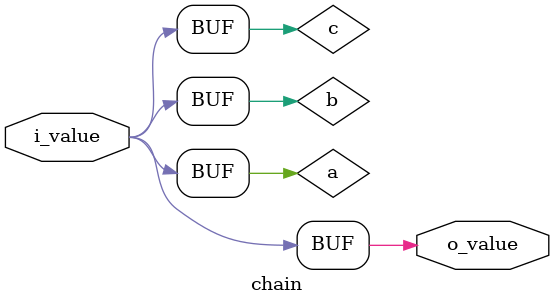
<source format=sv>
module chain(
  input logic i_value,
  output logic o_value
);

  logic a, b, c, d;

  always_comb begin
    a = i_value;
    b = a;
    c = b;
  end

  assign o_value = c;

endmodule

</source>
